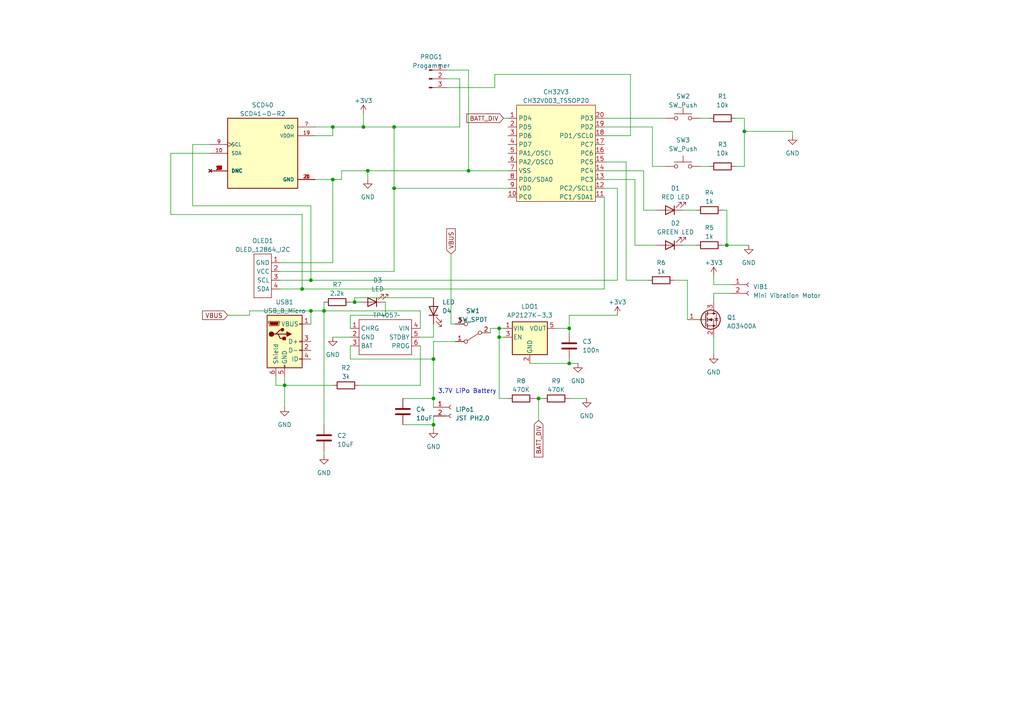
<source format=kicad_sch>
(kicad_sch (version 20230121) (generator eeschema)
  (paper "A4")
  (lib_symbols
    (symbol "Connector:Conn_01x02_Socket" (pin_names (offset 1.016) hide)
      (property "Reference" "J" (at 0 2.54 0))
      (property "Value" "Conn_01x02_Socket" (at 0 -5.08 0))
      (symbol "Conn_01x02_Socket_1_1"
        (arc (start 0 -2.032) (mid -0.5058 -2.54) (end 0 -3.048) (stroke (width 0.1524)))
        (polyline (pts (xy -1.27 -2.54) (xy -0.508 -2.54)) (stroke (width 0.1524)))
        (polyline (pts (xy -1.27 0) (xy -0.508 0)) (stroke (width 0.1524)))
        (arc (start 0 0.508) (mid -0.5058 0) (end 0 -0.508) (stroke (width 0.1524)))
        (pin passive line (at -5.08 0 0) (length 3.81) (name "Pin_1") (number "1"))
        (pin passive line (at -5.08 -2.54 0) (length 3.81) (name "Pin_2") (number "2"))
      )
    )
    (symbol "Connector:Conn_01x03_Male" (pin_names (offset 1.016) hide)
      (property "Reference" "J" (at 0 5.08 0))
      (property "Value" "Conn_01x03_Male" (at 0 -5.08 0))
      (symbol "Conn_01x03_Male_1_1"
        (polyline (pts (xy 1.27 -2.54) (xy 0.8636 -2.54)) (stroke (width 0.1524)))
        (polyline (pts (xy 1.27 0) (xy 0.8636 0)) (stroke (width 0.1524)))
        (polyline (pts (xy 1.27 2.54) (xy 0.8636 2.54)) (stroke (width 0.1524)))
        (rectangle (start 0.8636 -2.413) (end 0 -2.667) (stroke (width 0.1524)) (fill (type outline)))
        (rectangle (start 0.8636 0.127) (end 0 -0.127) (stroke (width 0.1524)) (fill (type outline)))
        (rectangle (start 0.8636 2.667) (end 0 2.413) (stroke (width 0.1524)) (fill (type outline)))
        (pin passive line (at 5.08 2.54 180) (length 3.81) (name "Pin_1") (number "1"))
        (pin passive line (at 5.08 0 180) (length 3.81) (name "Pin_2") (number "2"))
        (pin passive line (at 5.08 -2.54 180) (length 3.81) (name "Pin_3") (number "3"))
      )
    )
    (symbol "Connector:USB_B_Micro" (pin_names (offset 1.016))
      (property "Reference" "J" (at -5.08 11.43 0))
      (property "Value" "USB_B_Micro" (at -5.08 8.89 0))
      (symbol "USB_B_Micro_0_1"
        (rectangle (start -5.08 -7.62) (end 5.08 7.62) (stroke (width 0.254)) (fill (type background)))
        (circle (center -3.81 2.159) (radius 0.635) (stroke (width 0.254)) (fill (type outline)))
        (circle (center -0.635 3.429) (radius 0.381) (stroke (width 0.254)) (fill (type outline)))
        (rectangle (start -0.127 -7.62) (end 0.127 -6.858))
        (polyline (pts (xy -1.905 2.159) (xy 0.635 2.159)) (stroke (width 0.254)))
        (polyline (pts (xy -3.175 2.159) (xy -2.54 2.159) (xy -1.27 3.429) (xy -0.635 3.429)) (stroke (width 0.254)))
        (polyline (pts (xy -2.54 2.159) (xy -1.905 2.159) (xy -1.27 0.889) (xy 0 0.889)) (stroke (width 0.254)))
        (polyline (pts (xy 0.635 2.794) (xy 0.635 1.524) (xy 1.905 2.159) (xy 0.635 2.794)) (stroke (width 0.254)) (fill (type outline)))
        (polyline (pts (xy -4.318 5.588) (xy -1.778 5.588) (xy -2.032 4.826) (xy -4.064 4.826) (xy -4.318 5.588)) (fill (type outline)))
        (polyline (pts (xy -4.699 5.842) (xy -4.699 5.588) (xy -4.445 4.826) (xy -4.445 4.572) (xy -1.651 4.572) (xy -1.651 4.826) (xy -1.397 5.588) (xy -1.397 5.842) (xy -4.699 5.842)))
        (rectangle (start 0.254 1.27) (end -0.508 0.508) (stroke (width 0.254)) (fill (type outline)))
        (rectangle (start 5.08 -5.207) (end 4.318 -4.953))
        (rectangle (start 5.08 -2.667) (end 4.318 -2.413))
        (rectangle (start 5.08 -0.127) (end 4.318 0.127))
        (rectangle (start 5.08 4.953) (end 4.318 5.207))
      )
      (symbol "USB_B_Micro_1_1"
        (pin power_out line (at 7.62 5.08 180) (length 2.54) (name "VBUS") (number "1"))
        (pin bidirectional line (at 7.62 -2.54 180) (length 2.54) (name "D-") (number "2"))
        (pin bidirectional line (at 7.62 0 180) (length 2.54) (name "D+") (number "3"))
        (pin passive line (at 7.62 -5.08 180) (length 2.54) (name "ID") (number "4"))
        (pin power_out line (at 0 -10.16 90) (length 2.54) (name "GND") (number "5"))
        (pin passive line (at -2.54 -10.16 90) (length 2.54) (name "Shield") (number "6"))
      )
    )
    (symbol "Device:C" (pin_numbers hide) (pin_names (offset 0.254))
      (property "Reference" "C" (at 0.635 2.54 0))
      (property "Value" "C" (at 0.635 -2.54 0))
      (symbol "C_0_1"
        (polyline (pts (xy -2.032 -0.762) (xy 2.032 -0.762)) (stroke (width 0.508)))
        (polyline (pts (xy -2.032 0.762) (xy 2.032 0.762)) (stroke (width 0.508)))
      )
      (symbol "C_1_1"
        (pin passive line (at 0 3.81 270) (length 2.794) (name "~") (number "1"))
        (pin passive line (at 0 -3.81 90) (length 2.794) (name "~") (number "2"))
      )
    )
    (symbol "Device:LED" (pin_numbers hide) (pin_names (offset 1.016) hide)
      (property "Reference" "D" (at 0 2.54 0))
      (property "Value" "LED" (at 0 -2.54 0))
      (symbol "LED_0_1"
        (polyline (pts (xy -1.27 -1.27) (xy -1.27 1.27)) (stroke (width 0.254)))
        (polyline (pts (xy -1.27 0) (xy 1.27 0)))
        (polyline (pts (xy 1.27 -1.27) (xy 1.27 1.27) (xy -1.27 0) (xy 1.27 -1.27)) (stroke (width 0.254)))
        (polyline (pts (xy -3.048 -0.762) (xy -4.572 -2.286) (xy -3.81 -2.286) (xy -4.572 -2.286) (xy -4.572 -1.524)))
        (polyline (pts (xy -1.778 -0.762) (xy -3.302 -2.286) (xy -2.54 -2.286) (xy -3.302 -2.286) (xy -3.302 -1.524)))
      )
      (symbol "LED_1_1"
        (pin passive line (at -3.81 0 0) (length 2.54) (name "K") (number "1"))
        (pin passive line (at 3.81 0 180) (length 2.54) (name "A") (number "2"))
      )
    )
    (symbol "Device:R" (pin_numbers hide) (pin_names (offset 0))
      (property "Reference" "R" (at 2.032 0 90))
      (property "Value" "R" (at 0 0 90))
      (symbol "R_0_1"
        (rectangle (start -1.016 -2.54) (end 1.016 2.54) (stroke (width 0.254)))
      )
      (symbol "R_1_1"
        (pin passive line (at 0 3.81 270) (length 1.27) (name "~") (number "1"))
        (pin passive line (at 0 -3.81 90) (length 1.27) (name "~") (number "2"))
      )
    )
    (symbol "GND_1" (power) (pin_names (offset 0))
      (property "Value" "GND_1" (at 0 -3.81 0))
      (symbol "GND_1_0_1"
        (polyline (pts (xy 0 0) (xy 0 -1.27) (xy 1.27 -1.27) (xy 0 -2.54) (xy -1.27 -1.27) (xy 0 -1.27)))
      )
      (symbol "GND_1_1_1"
        (pin power_in line (at 0 0 270) (length 0) hide (name "GND") (number "1"))
      )
    )
    (symbol "GND_2" (power) (pin_names (offset 0))
      (property "Value" "GND_2" (at 0 -3.81 0))
      (symbol "GND_2_0_1"
        (polyline (pts (xy 0 0) (xy 0 -1.27) (xy 1.27 -1.27) (xy 0 -2.54) (xy -1.27 -1.27) (xy 0 -1.27)))
      )
      (symbol "GND_2_1_1"
        (pin power_in line (at 0 0 270) (length 0) hide (name "GND") (number "1"))
      )
    )
    (symbol "GND_3" (power) (pin_names (offset 0))
      (property "Value" "GND_3" (at 0 -3.81 0))
      (symbol "GND_3_0_1"
        (polyline (pts (xy 0 0) (xy 0 -1.27) (xy 1.27 -1.27) (xy 0 -2.54) (xy -1.27 -1.27) (xy 0 -1.27)))
      )
      (symbol "GND_3_1_1"
        (pin power_in line (at 0 0 270) (length 0) hide (name "GND") (number "1"))
      )
    )
    (symbol "GND_4" (power) (pin_names (offset 0))
      (property "Value" "GND_4" (at 0 -3.81 0))
      (symbol "GND_4_0_1"
        (polyline (pts (xy 0 0) (xy 0 -1.27) (xy 1.27 -1.27) (xy 0 -2.54) (xy -1.27 -1.27) (xy 0 -1.27)))
      )
      (symbol "GND_4_1_1"
        (pin power_in line (at 0 0 270) (length 0) hide (name "GND") (number "1"))
      )
    )
    (symbol "GND_5" (power) (pin_names (offset 0))
      (property "Value" "GND_5" (at 0 -3.81 0))
      (symbol "GND_5_0_1"
        (polyline (pts (xy 0 0) (xy 0 -1.27) (xy 1.27 -1.27) (xy 0 -2.54) (xy -1.27 -1.27) (xy 0 -1.27)))
      )
      (symbol "GND_5_1_1"
        (pin power_in line (at 0 0 270) (length 0) hide (name "GND") (number "1"))
      )
    )
    (symbol "Larry_Library:CH32V003_TSSOP20"
      (property "Reference" "U" (at 0 0 0))
      (property "Value" "CH32V003_TSSOP20" (at -2.54 -2.54 0))
      (symbol "CH32V003_TSSOP20_0_1"
        (rectangle (start -13.97 -2.54) (end -13.97 -2.54))
        (rectangle (start -13.97 -1.27) (end 8.89 -29.21) (fill (type background)))
      )
      (symbol "CH32V003_TSSOP20_1_1"
        (pin bidirectional line (at -16.51 -5.08 0) (length 2.54) (name "PD4") (number "1"))
        (pin bidirectional line (at -16.51 -27.94 0) (length 2.54) (name "PC0") (number "10"))
        (pin bidirectional line (at 11.43 -27.94 180) (length 2.54) (name "PC1/SDA1") (number "11"))
        (pin bidirectional line (at 11.43 -25.4 180) (length 2.54) (name "PC2/SCL1") (number "12"))
        (pin bidirectional line (at 11.43 -22.86 180) (length 2.54) (name "PC3") (number "13"))
        (pin bidirectional line (at 11.43 -20.32 180) (length 2.54) (name "PC4") (number "14"))
        (pin bidirectional line (at 11.43 -17.78 180) (length 2.54) (name "PC5") (number "15"))
        (pin bidirectional line (at 11.43 -15.24 180) (length 2.54) (name "PC6") (number "16"))
        (pin bidirectional line (at 11.43 -12.7 180) (length 2.54) (name "PC7") (number "17"))
        (pin bidirectional line (at 11.43 -10.16 180) (length 2.54) (name "PD1/SCL0") (number "18"))
        (pin bidirectional line (at 11.43 -7.62 180) (length 2.54) (name "PD2") (number "19"))
        (pin bidirectional line (at -16.51 -7.62 0) (length 2.54) (name "PD5") (number "2"))
        (pin bidirectional line (at 11.43 -5.08 180) (length 2.54) (name "PD3") (number "20"))
        (pin bidirectional line (at -16.51 -10.16 0) (length 2.54) (name "PD6") (number "3"))
        (pin bidirectional line (at -16.51 -12.7 0) (length 2.54) (name "PD7") (number "4"))
        (pin bidirectional line (at -16.51 -15.24 0) (length 2.54) (name "PA1/OSCI") (number "5"))
        (pin bidirectional line (at -16.51 -17.78 0) (length 2.54) (name "PA2/OSCO") (number "6"))
        (pin power_in line (at -16.51 -20.32 0) (length 2.54) (name "VSS") (number "7"))
        (pin bidirectional line (at -16.51 -22.86 0) (length 2.54) (name "PD0/SDA0") (number "8"))
        (pin power_in line (at -16.51 -25.4 0) (length 2.54) (name "VDD") (number "9"))
      )
    )
    (symbol "Larry_Library:OLED_12864_I2C"
      (property "Reference" "U" (at -1.27 1.27 0))
      (property "Value" "OLED_12864_I2C" (at 0 -1.27 0))
      (symbol "OLED_12864_I2C_0_1"
        (rectangle (start -3.81 -2.54) (end 1.27 -15.24))
      )
      (symbol "OLED_12864_I2C_1_1"
        (pin power_in line (at 3.81 -5.08 180) (length 2.54) (name "GND") (number "1"))
        (pin power_in line (at 3.81 -7.62 180) (length 2.54) (name "VCC") (number "2"))
        (pin input line (at 3.81 -10.16 180) (length 2.54) (name "SCL") (number "3"))
        (pin input line (at 3.81 -12.7 180) (length 2.54) (name "SDA") (number "4"))
      )
    )
    (symbol "Larry_Library:SCD41-D-R2" (pin_names (offset 1.016))
      (property "Reference" "U" (at -10.16 11.176 0))
      (property "Value" "SCD41-D-R2" (at -10.16 -12.7 0))
      (symbol "SCD41-D-R2_0_0"
        (rectangle (start -10.16 -10.16) (end 10.16 10.16) (stroke (width 0.254)) (fill (type background)))
        (pin no_connect line (at -15.24 -5.08 0) (length 5.08) (name "DNC") (number "1"))
        (pin bidirectional line (at -15.24 0 0) (length 5.08) (name "SDA") (number "10"))
        (pin no_connect line (at -15.24 -5.08 0) (length 5.08) (name "DNC") (number "11"))
        (pin no_connect line (at -15.24 -5.08 0) (length 5.08) (name "DNC") (number "12"))
        (pin no_connect line (at -15.24 -5.08 0) (length 5.08) (name "DNC") (number "13"))
        (pin no_connect line (at -15.24 -5.08 0) (length 5.08) (name "DNC") (number "14"))
        (pin no_connect line (at -15.24 -5.08 0) (length 5.08) (name "DNC") (number "15"))
        (pin no_connect line (at -15.24 -5.08 0) (length 5.08) (name "DNC") (number "16"))
        (pin no_connect line (at -15.24 -5.08 0) (length 5.08) (name "DNC") (number "17"))
        (pin no_connect line (at -15.24 -5.08 0) (length 5.08) (name "DNC") (number "18"))
        (pin power_in line (at 15.24 5.08 180) (length 5.08) (name "VDDH") (number "19"))
        (pin no_connect line (at -15.24 -5.08 0) (length 5.08) (name "DNC") (number "2"))
        (pin power_in line (at 15.24 -7.62 180) (length 5.08) (name "GND") (number "20"))
        (pin power_in line (at 15.24 -7.62 180) (length 5.08) (name "GND") (number "21"))
        (pin no_connect line (at -15.24 -5.08 0) (length 5.08) (name "DNC") (number "3"))
        (pin no_connect line (at -15.24 -5.08 0) (length 5.08) (name "DNC") (number "4"))
        (pin no_connect line (at -15.24 -5.08 0) (length 5.08) (name "DNC") (number "5"))
        (pin power_in line (at 15.24 -7.62 180) (length 5.08) (name "GND") (number "6"))
        (pin power_in line (at 15.24 7.62 180) (length 5.08) (name "VDD") (number "7"))
        (pin no_connect line (at -15.24 -5.08 0) (length 5.08) (name "DNC") (number "8"))
        (pin input clock (at -15.24 2.54 0) (length 5.08) (name "SCL") (number "9"))
      )
    )
    (symbol "Larry_Library:TP4057"
      (property "Reference" "U" (at 0 0 0))
      (symbol "TP4057_0_1"
        (rectangle (start -7.62 -1.27) (end 7.62 -11.43))
      )
      (symbol "TP4057_1_1"
        (pin output line (at -10.16 -3.81 0) (length 2.54) (name "CHRG") (number "1"))
        (pin power_in line (at -10.16 -6.35 0) (length 2.54) (name "GND") (number "2"))
        (pin power_out line (at -10.16 -8.89 0) (length 2.54) (name "BAT") (number "3"))
        (pin power_in line (at 10.16 -3.81 180) (length 2.54) (name "VIN") (number "4"))
        (pin output line (at 10.16 -6.35 180) (length 2.54) (name "STDBY") (number "5"))
        (pin input line (at 10.16 -8.89 180) (length 2.54) (name "PROG") (number "6"))
      )
    )
    (symbol "Regulator_Linear:AP2127K-3.3" (pin_names (offset 0.254))
      (property "Reference" "U" (at -5.08 5.715 0))
      (property "Value" "AP2127K-3.3" (at 0 5.715 0))
      (symbol "AP2127K-3.3_0_1"
        (rectangle (start -5.08 4.445) (end 5.08 -5.08) (stroke (width 0.254)) (fill (type background)))
      )
      (symbol "AP2127K-3.3_1_1"
        (pin power_in line (at -7.62 2.54 0) (length 2.54) (name "VIN") (number "1"))
        (pin power_in line (at 0 -7.62 90) (length 2.54) (name "GND") (number "2"))
        (pin input line (at -7.62 0 0) (length 2.54) (name "EN") (number "3"))
        (pin no_connect line (at 5.08 0 180) (length 2.54) hide (name "NC") (number "4"))
        (pin power_out line (at 7.62 2.54 180) (length 2.54) (name "VOUT") (number "5"))
      )
    )
    (symbol "Switch:SW_Push" (pin_numbers hide) (pin_names (offset 1.016) hide)
      (property "Reference" "SW" (at 1.27 2.54 0))
      (property "Value" "SW_Push" (at 0 -1.524 0))
      (symbol "SW_Push_0_1"
        (circle (center -2.032 0) (radius 0.508))
        (polyline (pts (xy 0 1.27) (xy 0 3.048)))
        (polyline (pts (xy 2.54 1.27) (xy -2.54 1.27)))
        (circle (center 2.032 0) (radius 0.508))
        (pin passive line (at -5.08 0 0) (length 2.54) (name "1") (number "1"))
        (pin passive line (at 5.08 0 180) (length 2.54) (name "2") (number "2"))
      )
    )
    (symbol "Switch:SW_SPDT" (pin_names (offset 0) hide)
      (property "Reference" "SW" (at 0 4.318 0))
      (property "Value" "SW_SPDT" (at 0 -5.08 0))
      (symbol "SW_SPDT_0_0"
        (circle (center -2.032 0) (radius 0.508))
        (circle (center 2.032 -2.54) (radius 0.508))
      )
      (symbol "SW_SPDT_0_1"
        (polyline (pts (xy -1.524 0.254) (xy 1.651 2.286)))
        (circle (center 2.032 2.54) (radius 0.508))
      )
      (symbol "SW_SPDT_1_1"
        (pin passive line (at 5.08 2.54 180) (length 2.54) (name "A") (number "1"))
        (pin passive line (at -5.08 0 0) (length 2.54) (name "B") (number "2"))
        (pin passive line (at 5.08 -2.54 180) (length 2.54) (name "C") (number "3"))
      )
    )
    (symbol "Transistor_FET:AO3400A" (pin_names hide)
      (property "Reference" "Q" (at 5.08 1.905 0))
      (property "Value" "AO3400A" (at 5.08 0 0))
      (symbol "AO3400A_0_1"
        (polyline (pts (xy 0.254 0) (xy -2.54 0)))
        (polyline (pts (xy 0.254 1.905) (xy 0.254 -1.905)) (stroke (width 0.254)))
        (polyline (pts (xy 0.762 -1.27) (xy 0.762 -2.286)) (stroke (width 0.254)))
        (polyline (pts (xy 0.762 0.508) (xy 0.762 -0.508)) (stroke (width 0.254)))
        (polyline (pts (xy 0.762 2.286) (xy 0.762 1.27)) (stroke (width 0.254)))
        (polyline (pts (xy 2.54 2.54) (xy 2.54 1.778)))
        (polyline (pts (xy 2.54 -2.54) (xy 2.54 0) (xy 0.762 0)))
        (polyline (pts (xy 0.762 -1.778) (xy 3.302 -1.778) (xy 3.302 1.778) (xy 0.762 1.778)))
        (polyline (pts (xy 1.016 0) (xy 2.032 0.381) (xy 2.032 -0.381) (xy 1.016 0)) (fill (type outline)))
        (polyline (pts (xy 2.794 0.508) (xy 2.921 0.381) (xy 3.683 0.381) (xy 3.81 0.254)))
        (polyline (pts (xy 3.302 0.381) (xy 2.921 -0.254) (xy 3.683 -0.254) (xy 3.302 0.381)))
        (circle (center 1.651 0) (radius 2.794) (stroke (width 0.254)))
        (circle (center 2.54 -1.778) (radius 0.254) (fill (type outline)))
        (circle (center 2.54 1.778) (radius 0.254) (fill (type outline)))
      )
      (symbol "AO3400A_1_1"
        (pin input line (at -5.08 0 0) (length 2.54) (name "G") (number "1"))
        (pin passive line (at 2.54 -5.08 90) (length 2.54) (name "S") (number "2"))
        (pin passive line (at 2.54 5.08 270) (length 2.54) (name "D") (number "3"))
      )
    )
    (symbol "power:+3V3" (power) (pin_names (offset 0))
      (property "Value" "+3V3" (at 0 3.556 0))
      (symbol "+3V3_0_1"
        (polyline (pts (xy -0.762 1.27) (xy 0 2.54)))
        (polyline (pts (xy 0 0) (xy 0 2.54)))
        (polyline (pts (xy 0 2.54) (xy 0.762 1.27)))
      )
      (symbol "+3V3_1_1"
        (pin power_in line (at 0 0 90) (length 0) hide (name "+3V3") (number "1"))
      )
    )
    (symbol "power:GND" (power) (pin_names (offset 0))
      (property "Value" "GND" (at 0 -3.81 0))
      (symbol "GND_0_1"
        (polyline (pts (xy 0 0) (xy 0 -1.27) (xy 1.27 -1.27) (xy 0 -2.54) (xy -1.27 -1.27) (xy 0 -1.27)))
      )
      (symbol "GND_1_1"
        (pin power_in line (at 0 0 270) (length 0) hide (name "GND") (number "1"))
      )
    )
  )
  (junction (at 82.55 111.76))
  (junction (at 93.98 90.17))
  (junction (at 144.78 95.25))
  (junction (at 125.73 115.57))
  (junction (at 215.9 38.1))
  (junction (at 96.52 52.07))
  (junction (at 125.73 123.19))
  (junction (at 90.17 81.28))
  (junction (at 165.1 105.41))
  (junction (at 114.3 54.61))
  (junction (at 96.52 36.83))
  (junction (at 165.1 95.25))
  (junction (at 87.63 83.82))
  (junction (at 210.82 71.12))
  (junction (at 114.3 36.83))
  (junction (at 144.78 97.79))
  (junction (at 135.89 49.53))
  (junction (at 106.68 49.53))
  (junction (at 102.87 87.63))
  (junction (at 90.17 90.17))
  (junction (at 105.41 36.83))
  (junction (at 156.21 115.57))
  (junction (at 125.73 104.14))
  (wire (pts (xy 179.07 91.44) (xy 165.1 91.44)))
  (wire (pts (xy 116.84 115.57) (xy 125.73 115.57)))
  (wire (pts (xy 181.61 46.99) (xy 181.61 81.28)))
  (wire (pts (xy 179.07 54.61) (xy 179.07 81.28)))
  (wire (pts (xy 144.78 95.25) (xy 146.05 95.25)))
  (wire (pts (xy 93.98 90.17) (xy 90.17 90.17)))
  (wire (pts (xy 195.58 81.28) (xy 199.39 81.28)))
  (wire (pts (xy 210.82 71.12) (xy 217.17 71.12)))
  (wire (pts (xy 203.2 34.29) (xy 205.74 34.29)))
  (wire (pts (xy 207.01 85.09) (xy 212.09 85.09)))
  (wire (pts (xy 165.1 115.57) (xy 170.18 115.57)))
  (wire (pts (xy 175.26 39.37) (xy 182.88 39.37)))
  (wire (pts (xy 175.26 49.53) (xy 186.69 49.53)))
  (wire (pts (xy 99.06 49.53) (xy 99.06 52.07)))
  (wire (pts (xy 90.17 81.28) (xy 81.28 81.28)))
  (wire (pts (xy 93.98 90.17) (xy 93.98 123.19)))
  (wire (pts (xy 55.88 41.91) (xy 55.88 59.69)))
  (wire (pts (xy 116.84 123.19) (xy 125.73 123.19)))
  (wire (pts (xy 229.87 38.1) (xy 229.87 39.37)))
  (wire (pts (xy 184.15 71.12) (xy 190.5 71.12)))
  (wire (pts (xy 90.17 90.17) (xy 90.17 93.98)))
  (wire (pts (xy 125.73 86.36) (xy 102.87 86.36)))
  (wire (pts (xy 189.23 36.83) (xy 189.23 48.26)))
  (wire (pts (xy 91.44 39.37) (xy 96.52 39.37)))
  (wire (pts (xy 165.1 91.44) (xy 165.1 95.25)))
  (wire (pts (xy 175.26 52.07) (xy 184.15 52.07)))
  (wire (pts (xy 91.44 52.07) (xy 96.52 52.07)))
  (wire (pts (xy 101.6 100.33) (xy 101.6 104.14)))
  (wire (pts (xy 105.41 36.83) (xy 114.3 36.83)))
  (wire (pts (xy 55.88 59.69) (xy 90.17 59.69)))
  (wire (pts (xy 175.26 57.15) (xy 175.26 83.82)))
  (wire (pts (xy 80.01 111.76) (xy 82.55 111.76)))
  (wire (pts (xy 215.9 38.1) (xy 229.87 38.1)))
  (wire (pts (xy 210.82 60.96) (xy 210.82 71.12)))
  (wire (pts (xy 209.55 60.96) (xy 210.82 60.96)))
  (wire (pts (xy 121.92 97.79) (xy 125.73 97.79)))
  (wire (pts (xy 111.76 91.44) (xy 111.76 87.63)))
  (wire (pts (xy 129.54 20.32) (xy 135.89 20.32)))
  (wire (pts (xy 125.73 99.06) (xy 132.08 99.06)))
  (wire (pts (xy 215.9 34.29) (xy 215.9 38.1)))
  (wire (pts (xy 101.6 87.63) (xy 102.87 87.63)))
  (wire (pts (xy 105.41 33.02) (xy 105.41 36.83)))
  (wire (pts (xy 129.54 22.86) (xy 133.35 22.86)))
  (wire (pts (xy 99.06 52.07) (xy 96.52 52.07)))
  (wire (pts (xy 156.21 115.57) (xy 157.48 115.57)))
  (wire (pts (xy 203.2 48.26) (xy 205.74 48.26)))
  (wire (pts (xy 147.32 49.53) (xy 135.89 49.53)))
  (wire (pts (xy 121.92 95.25) (xy 121.92 90.17)))
  (wire (pts (xy 146.05 34.29) (xy 147.32 34.29)))
  (wire (pts (xy 142.24 95.25) (xy 144.78 95.25)))
  (wire (pts (xy 207.01 87.63) (xy 207.01 85.09)))
  (wire (pts (xy 154.94 115.57) (xy 156.21 115.57)))
  (wire (pts (xy 87.63 83.82) (xy 175.26 83.82)))
  (wire (pts (xy 96.52 39.37) (xy 96.52 36.83)))
  (wire (pts (xy 142.24 95.25) (xy 142.24 96.52)))
  (wire (pts (xy 135.89 20.32) (xy 135.89 49.53)))
  (wire (pts (xy 60.96 41.91) (xy 55.88 41.91)))
  (wire (pts (xy 129.54 25.4) (xy 143.51 25.4)))
  (wire (pts (xy 186.69 49.53) (xy 186.69 60.96)))
  (wire (pts (xy 82.55 111.76) (xy 96.52 111.76)))
  (wire (pts (xy 153.67 105.41) (xy 165.1 105.41)))
  (wire (pts (xy 213.36 34.29) (xy 215.9 34.29)))
  (wire (pts (xy 165.1 105.41) (xy 167.64 105.41)))
  (wire (pts (xy 49.53 62.23) (xy 87.63 62.23)))
  (wire (pts (xy 147.32 115.57) (xy 144.78 115.57)))
  (wire (pts (xy 199.39 81.28) (xy 199.39 92.71)))
  (wire (pts (xy 125.73 104.14) (xy 125.73 115.57)))
  (wire (pts (xy 90.17 59.69) (xy 90.17 81.28)))
  (wire (pts (xy 198.12 60.96) (xy 201.93 60.96)))
  (wire (pts (xy 93.98 90.17) (xy 121.92 90.17)))
  (wire (pts (xy 182.88 21.59) (xy 143.51 21.59)))
  (wire (pts (xy 144.78 97.79) (xy 144.78 95.25)))
  (wire (pts (xy 133.35 36.83) (xy 114.3 36.83)))
  (wire (pts (xy 143.51 21.59) (xy 143.51 25.4)))
  (wire (pts (xy 189.23 48.26) (xy 193.04 48.26)))
  (wire (pts (xy 125.73 123.19) (xy 125.73 124.46)))
  (wire (pts (xy 125.73 115.57) (xy 125.73 118.11)))
  (wire (pts (xy 146.05 97.79) (xy 144.78 97.79)))
  (wire (pts (xy 207.01 82.55) (xy 212.09 82.55)))
  (wire (pts (xy 72.39 90.17) (xy 90.17 90.17)))
  (wire (pts (xy 101.6 104.14) (xy 125.73 104.14)))
  (wire (pts (xy 184.15 52.07) (xy 184.15 71.12)))
  (wire (pts (xy 179.07 81.28) (xy 90.17 81.28)))
  (wire (pts (xy 165.1 95.25) (xy 165.1 96.52)))
  (wire (pts (xy 132.08 93.98) (xy 130.81 93.98)))
  (wire (pts (xy 114.3 54.61) (xy 147.32 54.61)))
  (wire (pts (xy 106.68 49.53) (xy 135.89 49.53)))
  (wire (pts (xy 198.12 71.12) (xy 201.93 71.12)))
  (wire (pts (xy 161.29 95.25) (xy 165.1 95.25)))
  (wire (pts (xy 66.04 91.44) (xy 72.39 91.44)))
  (wire (pts (xy 93.98 130.81) (xy 93.98 132.08)))
  (wire (pts (xy 144.78 115.57) (xy 144.78 97.79)))
  (wire (pts (xy 133.35 22.86) (xy 133.35 36.83)))
  (wire (pts (xy 156.21 115.57) (xy 156.21 121.92)))
  (wire (pts (xy 102.87 86.36) (xy 102.87 87.63)))
  (wire (pts (xy 49.53 44.45) (xy 49.53 62.23)))
  (wire (pts (xy 114.3 54.61) (xy 114.3 78.74)))
  (wire (pts (xy 82.55 109.22) (xy 82.55 111.76)))
  (wire (pts (xy 213.36 48.26) (xy 215.9 48.26)))
  (wire (pts (xy 121.92 111.76) (xy 104.14 111.76)))
  (wire (pts (xy 181.61 81.28) (xy 187.96 81.28)))
  (wire (pts (xy 96.52 97.79) (xy 101.6 97.79)))
  (wire (pts (xy 207.01 80.01) (xy 207.01 82.55)))
  (wire (pts (xy 101.6 91.44) (xy 111.76 91.44)))
  (wire (pts (xy 81.28 76.2) (xy 96.52 76.2)))
  (wire (pts (xy 96.52 36.83) (xy 105.41 36.83)))
  (wire (pts (xy 175.26 34.29) (xy 193.04 34.29)))
  (wire (pts (xy 93.98 87.63) (xy 93.98 90.17)))
  (wire (pts (xy 106.68 49.53) (xy 99.06 49.53)))
  (wire (pts (xy 80.01 109.22) (xy 80.01 111.76)))
  (wire (pts (xy 175.26 46.99) (xy 181.61 46.99)))
  (wire (pts (xy 106.68 49.53) (xy 106.68 52.07)))
  (wire (pts (xy 60.96 44.45) (xy 49.53 44.45)))
  (wire (pts (xy 72.39 91.44) (xy 72.39 90.17)))
  (wire (pts (xy 207.01 97.79) (xy 207.01 102.87)))
  (wire (pts (xy 125.73 99.06) (xy 125.73 104.14)))
  (wire (pts (xy 102.87 87.63) (xy 104.14 87.63)))
  (wire (pts (xy 101.6 95.25) (xy 101.6 91.44)))
  (wire (pts (xy 182.88 39.37) (xy 182.88 21.59)))
  (wire (pts (xy 96.52 76.2) (xy 96.52 52.07)))
  (wire (pts (xy 215.9 48.26) (xy 215.9 38.1)))
  (wire (pts (xy 209.55 71.12) (xy 210.82 71.12)))
  (wire (pts (xy 87.63 62.23) (xy 87.63 83.82)))
  (wire (pts (xy 125.73 120.65) (xy 125.73 123.19)))
  (wire (pts (xy 186.69 60.96) (xy 190.5 60.96)))
  (wire (pts (xy 130.81 93.98) (xy 130.81 73.66)))
  (wire (pts (xy 81.28 78.74) (xy 114.3 78.74)))
  (wire (pts (xy 175.26 36.83) (xy 189.23 36.83)))
  (wire (pts (xy 165.1 104.14) (xy 165.1 105.41)))
  (wire (pts (xy 87.63 83.82) (xy 81.28 83.82)))
  (wire (pts (xy 91.44 36.83) (xy 96.52 36.83)))
  (wire (pts (xy 82.55 111.76) (xy 82.55 118.11)))
  (wire (pts (xy 121.92 100.33) (xy 121.92 111.76)))
  (wire (pts (xy 114.3 36.83) (xy 114.3 54.61)))
  (wire (pts (xy 125.73 97.79) (xy 125.73 93.98)))
  (wire (pts (xy 175.26 54.61) (xy 179.07 54.61)))
  (text "3.7V LiPo Battery\n" (at 127 114.3 0) (effects (font (size 1.27 1.27)) (justify left bottom)))
  (global_label "VBUS" (shape input) (at 130.81 73.66 90) (property "Intersheetrefs" "${INTERSHEET_REFS}" (effects hide)))
  (global_label "VBUS" (shape input) (at 66.04 91.44 180) (property "Intersheetrefs" "${INTERSHEET_REFS}" (effects hide)))
  (global_label "BATT_DIV" (shape input) (at 156.21 121.92 270) (property "Intersheetrefs" "${INTERSHEET_REFS}" (effects hide)))
  (global_label "BATT_DIV" (shape input) (at 146.05 34.29 180) (property "Intersheetrefs" "${INTERSHEET_REFS}" (effects hide)))
  (symbol (lib_id "Larry_Library:TP4057") (at 111.76 91.44 0) (unit 1)
    (property "Reference" "TP4057" (at 111.76 91.44 0))
    (property "Value" "~" (at 115.57 91.44 0))
    (property "Footprint" "Package_TO_SOT_SMD:SOT-23-6" (effects hide))
  )
  (symbol (lib_id "Device:LED") (at 125.73 90.17 90) (unit 1)
    (property "Reference" "D4" (at 128.27 90.17 90) (effects (justify right)))
    (property "Value" "LED" (at 128.27 87.63 90) (effects (justify right)))
    (property "Footprint" "LED_SMD:LED_0603_1608Metric" (effects hide))
  )
  (symbol (lib_id "power:+3V3") (at 207.01 80.01 0) (unit 1)
    (property "Reference" "#PWR07" (effects hide))
    (property "Value" "+3V3" (at 207.01 76.2 0))
  )
  (symbol (lib_name "GND_4") (lib_id "power:GND") (at 217.17 71.12 0) (unit 1)
    (property "Reference" "#PWR05" (effects hide))
    (property "Value" "GND" (at 217.17 76.2 0))
  )
  (symbol (lib_id "Larry_Library:CH32V003_TSSOP20") (at 163.83 29.21 0) (unit 1)
    (property "Reference" "CH32V3" (at 161.29 26.67 0))
    (property "Value" "CH32V003_TSSOP20" (at 161.29 29.21 0))
    (property "Footprint" "Package_SO:TSSOP-20_4.4x6.5mm_P0.65mm" (effects hide))
  )
  (symbol (lib_id "Switch:SW_Push") (at 198.12 34.29 0) (unit 1)
    (property "Reference" "SW2" (at 198.12 27.94 0))
    (property "Value" "SW_Push" (at 198.12 30.48 0))
    (property "Footprint" "Button_Switch_SMD:SW_SPST_EVQP2" (effects hide))
  )
  (symbol (lib_id "Device:R") (at 161.29 115.57 90) (unit 1)
    (property "Reference" "R9" (at 161.29 110.49 90))
    (property "Value" "470K" (at 161.29 113.03 90))
    (property "Footprint" "Resistor_SMD:R_0603_1608Metric" (effects hide))
  )
  (symbol (lib_id "Device:R") (at 209.55 48.26 90) (unit 1)
    (property "Reference" "R3" (at 209.55 41.91 90))
    (property "Value" "10k" (at 209.55 44.45 90))
    (property "Footprint" "Resistor_SMD:R_0603_1608Metric" (effects hide))
  )
  (symbol (lib_id "power:GND") (at 106.68 52.07 0) (unit 1)
    (property "Reference" "#PWR0102" (effects hide))
    (property "Value" "GND" (at 106.68 57.15 0))
  )
  (symbol (lib_id "Device:R") (at 209.55 34.29 90) (unit 1)
    (property "Reference" "R1" (at 209.55 27.94 90))
    (property "Value" "10k" (at 209.55 30.48 90))
    (property "Footprint" "Resistor_SMD:R_0603_1608Metric" (effects hide))
  )
  (symbol (lib_id "Device:LED") (at 194.31 60.96 180) (unit 1)
    (property "Reference" "D1" (at 195.8975 54.61 0))
    (property "Value" "RED LED" (at 195.8975 57.15 0))
    (property "Footprint" "LED_SMD:LED_0603_1608Metric" (effects hide))
  )
  (symbol (lib_id "Device:R") (at 151.13 115.57 90) (unit 1)
    (property "Reference" "R8" (at 151.13 110.49 90))
    (property "Value" "470K" (at 151.13 113.03 90))
    (property "Footprint" "Resistor_SMD:R_0603_1608Metric" (effects hide))
  )
  (symbol (lib_id "Device:C") (at 93.98 127 0) (mirror y) (unit 1)
    (property "Reference" "C2" (at 97.79 126.365 0) (effects (justify right)))
    (property "Value" "10uF" (at 97.79 128.905 0) (effects (justify right)))
    (property "Footprint" "Capacitor_SMD:C_0603_1608Metric" (effects hide))
  )
  (symbol (lib_id "power:+3V3") (at 179.07 91.44 0) (unit 1)
    (property "Reference" "#PWR010" (effects hide))
    (property "Value" "+3V3" (at 179.07 87.63 0))
  )
  (symbol (lib_id "Device:C") (at 116.84 119.38 0) (mirror y) (unit 1)
    (property "Reference" "C4" (at 120.65 118.745 0) (effects (justify right)))
    (property "Value" "10uF" (at 120.65 121.285 0) (effects (justify right)))
    (property "Footprint" "Capacitor_SMD:C_0603_1608Metric" (effects hide))
  )
  (symbol (lib_id "Device:R") (at 97.79 87.63 90) (unit 1)
    (property "Reference" "R7" (at 97.79 82.55 90))
    (property "Value" "2.2k" (at 97.79 85.09 90))
    (property "Footprint" "Resistor_SMD:R_0603_1608Metric" (effects hide))
  )
  (symbol (lib_name "GND_5") (lib_id "power:GND") (at 207.01 102.87 0) (unit 1)
    (property "Reference" "#PWR06" (effects hide))
    (property "Value" "GND" (at 207.01 107.95 0))
  )
  (symbol (lib_id "Device:R") (at 205.74 60.96 90) (unit 1)
    (property "Reference" "R4" (at 205.74 55.88 90))
    (property "Value" "1k" (at 205.74 58.42 90))
    (property "Footprint" "Resistor_SMD:R_0603_1608Metric" (effects hide))
  )
  (symbol (lib_id "power:+3V3") (at 105.41 33.02 0) (unit 1)
    (property "Reference" "#PWR09" (effects hide))
    (property "Value" "+3V3" (at 105.41 29.21 0))
  )
  (symbol (lib_id "power:GND") (at 93.98 132.08 0) (unit 1)
    (property "Reference" "#PWR08" (effects hide))
    (property "Value" "GND" (at 93.98 137.16 0))
  )
  (symbol (lib_name "GND_2") (lib_id "power:GND") (at 96.52 97.79 0) (unit 1)
    (property "Reference" "#PWR02" (effects hide))
    (property "Value" "GND" (at 96.52 102.87 0))
  )
  (symbol (lib_id "Device:R") (at 191.77 81.28 90) (unit 1)
    (property "Reference" "R6" (at 191.77 76.2 90))
    (property "Value" "1k" (at 191.77 78.74 90))
    (property "Footprint" "Resistor_SMD:R_0603_1608Metric" (effects hide))
  )
  (symbol (lib_id "Transistor_FET:AO3400A") (at 204.47 92.71 0) (unit 1)
    (property "Reference" "Q1" (at 210.82 92.075 0) (effects (justify left)))
    (property "Value" "AO3400A" (at 210.82 94.615 0) (effects (justify left)))
    (property "Footprint" "Package_TO_SOT_SMD:SOT-23" (effects hide))
    (property "Datasheet" "http://www.aosmd.com/pdfs/datasheet/AO3400A.pdf" (effects hide))
  )
  (symbol (lib_id "Connector:Conn_01x03_Male") (at 124.46 22.86 0) (unit 1)
    (property "Reference" "PROG1" (at 125.095 16.51 0))
    (property "Value" "Progammer" (at 125.095 19.05 0))
    (property "Footprint" "Connector_PinHeader_2.54mm:PinHeader_1x03_P2.54mm_Vertical" (effects hide))
  )
  (symbol (lib_id "Regulator_Linear:AP2127K-3.3") (at 153.67 97.79 0) (unit 1)
    (property "Reference" "LDO1" (at 153.67 88.9 0))
    (property "Value" "AP2127K-3.3" (at 153.67 91.44 0))
    (property "Footprint" "Package_TO_SOT_SMD:SOT-23-5" (effects hide))
    (property "Datasheet" "https://www.diodes.com/assets/Datasheets/AP2127.pdf" (effects hide))
  )
  (symbol (lib_id "power:GND") (at 167.64 105.41 0) (unit 1)
    (property "Reference" "#PWR0104" (effects hide))
    (property "Value" "GND" (at 167.64 110.49 0))
  )
  (symbol (lib_id "Device:R") (at 205.74 71.12 90) (unit 1)
    (property "Reference" "R5" (at 205.74 66.04 90))
    (property "Value" "1k" (at 205.74 68.58 90))
    (property "Footprint" "Resistor_SMD:R_0603_1608Metric" (effects hide))
  )
  (symbol (lib_id "Switch:SW_SPDT") (at 137.16 96.52 180) (unit 1)
    (property "Reference" "SW1" (at 137.16 90.17 0))
    (property "Value" "SW_SPDT" (at 137.16 92.71 0))
    (property "Footprint" "Button_Switch_SMD:SW_SPDT_PCM12" (effects hide))
  )
  (symbol (lib_id "Larry_Library:SCD41-D-R2") (at 76.2 44.45 0) (unit 1)
    (property "Reference" "SCD40" (at 76.2 30.48 0))
    (property "Value" "SCD41-D-R2" (at 76.2 33.02 0))
    (property "Footprint" "Sensor:Sensirion_SCD4x-1EP_10.1x10.1mm_P1.25mm_EP4.8x4.8mm" (effects hide))
    (property "MAXIMUM_PACKAGE_HEIGHT" "6.8mm" (effects hide))
    (property "MANUFACTURER" "Sensirion" (effects hide))
    (property "PARTREV" "1.2" (effects hide))
    (property "SNAPEDA_PN" "SCD41-D-R2" (effects hide))
    (property "STANDARD" "Manufacturer Recommendations" (effects hide))
  )
  (symbol (lib_name "GND_1") (lib_id "power:GND") (at 82.55 118.11 0) (unit 1)
    (property "Reference" "#PWR01" (effects hide))
    (property "Value" "GND" (at 82.55 123.19 0))
  )
  (symbol (lib_id "Connector:USB_B_Micro") (at 82.55 99.06 0) (unit 1)
    (property "Reference" "USB1" (at 82.55 87.63 0))
    (property "Value" "USB_B_Micro" (at 82.55 90.17 0))
    (property "Footprint" "Connector_USB:USB_Micro-B_Molex_47346-0001" (effects hide))
  )
  (symbol (lib_id "Device:C") (at 165.1 100.33 0) (mirror y) (unit 1)
    (property "Reference" "C3" (at 168.91 99.0599 0) (effects (justify right)))
    (property "Value" "100n" (at 168.91 101.5999 0) (effects (justify right)))
    (property "Footprint" "Capacitor_SMD:C_0603_1608Metric" (effects hide))
  )
  (symbol (lib_id "Connector:Conn_01x02_Socket") (at 130.81 118.11 0) (unit 1)
    (property "Reference" "LiPo1" (at 132.08 118.745 0) (effects (justify left)))
    (property "Value" "JST PH2.0" (at 132.08 121.285 0) (effects (justify left)))
    (property "Footprint" "Connector_JST:JST_PH_S2B-PH-SM4-TB_1x02-1MP_P2.00mm_Horizontal" (effects hide))
  )
  (symbol (lib_id "Device:LED") (at 107.95 87.63 180) (unit 1)
    (property "Reference" "D3" (at 109.5375 81.28 0))
    (property "Value" "LED" (at 109.5375 83.82 0))
    (property "Footprint" "LED_SMD:LED_0603_1608Metric" (effects hide))
  )
  (symbol (lib_id "Connector:Conn_01x02_Socket") (at 217.17 82.55 0) (unit 1)
    (property "Reference" "VIB1" (at 218.44 83.185 0) (effects (justify left)))
    (property "Value" "Mini Vibration Motor" (at 218.44 85.725 0) (effects (justify left)))
    (property "Footprint" "Connector_PinHeader_2.54mm:PinHeader_1x02_P2.54mm_Vertical" (effects hide))
  )
  (symbol (lib_id "Device:R") (at 100.33 111.76 90) (unit 1)
    (property "Reference" "R2" (at 100.33 106.68 90))
    (property "Value" "3k" (at 100.33 109.22 90))
    (property "Footprint" "Resistor_SMD:R_0603_1608Metric" (effects hide))
  )
  (symbol (lib_name "GND_5") (lib_id "power:GND") (at 170.18 115.57 0) (unit 1)
    (property "Reference" "#PWR011" (effects hide))
    (property "Value" "GND" (at 170.18 120.65 0))
  )
  (symbol (lib_name "GND_3") (lib_id "power:GND") (at 125.73 124.46 0) (unit 1)
    (property "Reference" "#PWR03" (effects hide))
    (property "Value" "GND" (at 125.73 129.54 0))
  )
  (symbol (lib_id "power:GND") (at 229.87 39.37 0) (unit 1)
    (property "Reference" "#PWR04" (effects hide))
    (property "Value" "GND" (at 229.87 44.45 0))
  )
  (symbol (lib_id "Larry_Library:OLED_12864_I2C") (at 77.47 71.12 0) (unit 1)
    (property "Reference" "OLED1" (at 76.2 69.85 0))
    (property "Value" "OLED_12864_I2C" (at 76.2 72.39 0))
    (property "Footprint" "Display:SSD1306_128x64_I2C" (effects hide))
  )
  (symbol (lib_id "Device:LED") (at 194.31 71.12 180) (unit 1)
    (property "Reference" "D2" (at 195.8975 64.77 0))
    (property "Value" "GREEN LED" (at 195.8975 67.31 0))
    (property "Footprint" "LED_SMD:LED_0603_1608Metric" (effects hide))
  )
  (symbol (lib_id "Switch:SW_Push") (at 198.12 48.26 0) (unit 1)
    (property "Reference" "SW3" (at 198.12 40.64 0))
    (property "Value" "SW_Push" (at 198.12 43.18 0))
    (property "Footprint" "Button_Switch_SMD:SW_SPST_EVQP2" (effects hide))
  )
)
</source>
